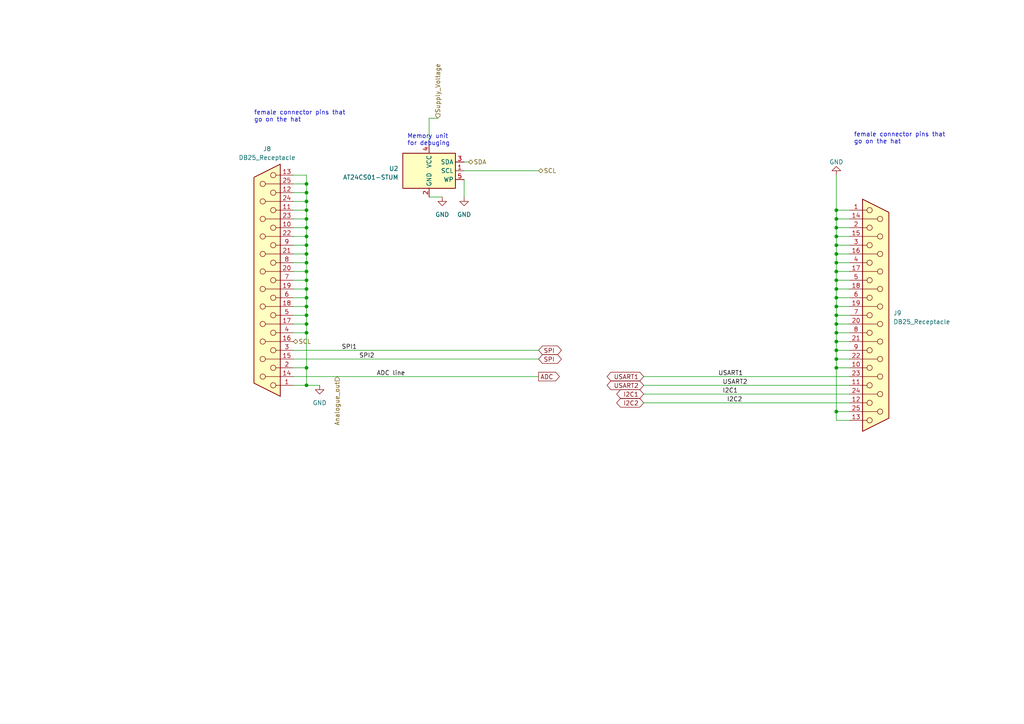
<source format=kicad_sch>
(kicad_sch (version 20230121) (generator eeschema)
  (paper "A4")
  (title_block (title "3088_group22_design") (date "2023-03-20") (rev "3") (company "University of capetown"))
  (lib_symbols
    (symbol "Custom spi connector:DB25_Receptacle" (pin_names (offset 1.016) hide)
      (property "Reference" "J" (at 0 34.29 0))
      (property "Value" "DB25_Receptacle" (at 0 -34.925 0))
      (symbol "DB25_Receptacle_0_1"
        (circle (center -1.778 -30.48) (radius 0.762))
        (circle (center -1.778 -25.4) (radius 0.762))
        (circle (center -1.778 -20.32) (radius 0.762))
        (circle (center -1.778 -15.24) (radius 0.762))
        (circle (center -1.778 -10.16) (radius 0.762))
        (circle (center -1.778 -5.08) (radius 0.762))
        (circle (center -1.778 0) (radius 0.762))
        (circle (center -1.778 5.08) (radius 0.762))
        (circle (center -1.778 10.16) (radius 0.762))
        (circle (center -1.778 15.24) (radius 0.762))
        (circle (center -1.778 20.32) (radius 0.762))
        (circle (center -1.778 25.4) (radius 0.762))
        (circle (center -1.778 30.48) (radius 0.762))
        (polyline (pts (xy -3.81 -30.48) (xy -2.54 -30.48)))
        (polyline (pts (xy -3.81 -27.94) (xy 0.508 -27.94)))
        (polyline (pts (xy -3.81 -25.4) (xy -2.54 -25.4)))
        (polyline (pts (xy -3.81 -22.86) (xy 0.508 -22.86)))
        (polyline (pts (xy -3.81 -20.32) (xy -2.54 -20.32)))
        (polyline (pts (xy -3.81 -17.78) (xy 0.508 -17.78)))
        (polyline (pts (xy -3.81 -15.24) (xy -2.54 -15.24)))
        (polyline (pts (xy -3.81 -12.7) (xy 0.508 -12.7)))
        (polyline (pts (xy -3.81 -10.16) (xy -2.54 -10.16)))
        (polyline (pts (xy -3.81 -7.62) (xy 0.508 -7.62)))
        (polyline (pts (xy -3.81 -5.08) (xy -2.54 -5.08)))
        (polyline (pts (xy -3.81 -2.54) (xy 0.508 -2.54)))
        (polyline (pts (xy -3.81 0) (xy -2.54 0)))
        (polyline (pts (xy -3.81 2.54) (xy 0.508 2.54)))
        (polyline (pts (xy -3.81 5.08) (xy -2.54 5.08)))
        (polyline (pts (xy -3.81 7.62) (xy 0.508 7.62)))
        (polyline (pts (xy -3.81 10.16) (xy -2.54 10.16)))
        (polyline (pts (xy -3.81 12.7) (xy 0.508 12.7)))
        (polyline (pts (xy -3.81 15.24) (xy -2.54 15.24)))
        (polyline (pts (xy -3.81 17.78) (xy 0.508 17.78)))
        (polyline (pts (xy -3.81 20.32) (xy -2.54 20.32)))
        (polyline (pts (xy -3.81 22.86) (xy 0.508 22.86)))
        (polyline (pts (xy -3.81 25.4) (xy -2.54 25.4)))
        (polyline (pts (xy -3.81 27.94) (xy 0.508 27.94)))
        (polyline (pts (xy -3.81 30.48) (xy -2.54 30.48)))
        (polyline (pts (xy -3.81 33.655) (xy 3.81 29.845) (xy 3.81 -29.845) (xy -3.81 -33.655) (xy -3.81 33.655)) (stroke (width 0.254)) (fill (type background)))
        (circle (center 1.27 -27.94) (radius 0.762))
        (circle (center 1.27 -22.86) (radius 0.762))
        (circle (center 1.27 -17.78) (radius 0.762))
        (circle (center 1.27 -12.7) (radius 0.762))
        (circle (center 1.27 -7.62) (radius 0.762))
        (circle (center 1.27 -2.54) (radius 0.762))
        (circle (center 1.27 2.54) (radius 0.762))
        (circle (center 1.27 7.62) (radius 0.762))
        (circle (center 1.27 12.7) (radius 0.762))
        (circle (center 1.27 17.78) (radius 0.762))
        (circle (center 1.27 22.86) (radius 0.762))
        (circle (center 1.27 27.94) (radius 0.762))
      )
      (symbol "DB25_Receptacle_1_1"
        (pin passive line (at -7.62 30.48 0) (length 3.81) (name "1") (number "1"))
        (pin passive line (at -7.62 -15.24 0) (length 3.81) (name "10") (number "10"))
        (pin passive line (at -7.62 -20.32 0) (length 3.81) (name "11") (number "11"))
        (pin passive line (at -7.62 -25.4 0) (length 3.81) (name "12") (number "12"))
        (pin passive line (at -7.62 -30.48 0) (length 3.81) (name "13") (number "13"))
        (pin passive line (at -7.62 27.94 0) (length 3.81) (name "P14") (number "14"))
        (pin passive line (at -7.62 22.86 0) (length 3.81) (name "P15") (number "15"))
        (pin passive line (at -7.62 17.78 0) (length 3.81) (name "P16") (number "16"))
        (pin passive line (at -7.62 12.7 0) (length 3.81) (name "P17") (number "17"))
        (pin passive line (at -7.62 7.62 0) (length 3.81) (name "P18") (number "18"))
        (pin passive line (at -7.62 2.54 0) (length 3.81) (name "P19") (number "19"))
        (pin passive line (at -7.62 25.4 0) (length 3.81) (name "2") (number "2"))
        (pin passive line (at -7.62 -2.54 0) (length 3.81) (name "P20") (number "20"))
        (pin passive line (at -7.62 -7.62 0) (length 3.81) (name "P21") (number "21"))
        (pin passive line (at -7.62 -12.7 0) (length 3.81) (name "P22") (number "22"))
        (pin passive line (at -7.62 -17.78 0) (length 3.81) (name "P23") (number "23"))
        (pin passive line (at -7.62 -22.86 0) (length 3.81) (name "P24") (number "24"))
        (pin passive line (at -7.62 -27.94 0) (length 3.81) (name "P25") (number "25"))
        (pin passive line (at -7.62 20.32 0) (length 3.81) (name "3") (number "3"))
        (pin passive line (at -7.62 15.24 0) (length 3.81) (name "4") (number "4"))
        (pin passive line (at -7.62 10.16 0) (length 3.81) (name "5") (number "5"))
        (pin passive line (at -7.62 5.08 0) (length 3.81) (name "6") (number "6"))
        (pin passive line (at -7.62 0 0) (length 3.81) (name "7") (number "7"))
        (pin passive line (at -7.62 -5.08 0) (length 3.81) (name "8") (number "8"))
        (pin passive line (at -7.62 -10.16 0) (length 3.81) (name "9") (number "9"))
      )
    )
    (symbol "Memory_EEPROM:AT24CS01-STUM"
      (property "Reference" "U" (at -7.62 6.35 0))
      (property "Value" "AT24CS01-STUM" (at 2.54 -6.35 0))
      (symbol "AT24CS01-STUM_1_1"
        (rectangle (start -7.62 5.08) (end 7.62 -5.08) (stroke (width 0.254)) (fill (type background)))
        (pin input line (at 10.16 0 180) (length 2.54) (name "SCL") (number "1"))
        (pin power_in line (at 0 -7.62 90) (length 2.54) (name "GND") (number "2"))
        (pin bidirectional line (at 10.16 2.54 180) (length 2.54) (name "SDA") (number "3"))
        (pin power_in line (at 0 7.62 270) (length 2.54) (name "VCC") (number "4"))
        (pin input line (at 10.16 -2.54 180) (length 2.54) (name "WP") (number "5"))
      )
    )
    (symbol "power:GND" (power) (pin_names (offset 0))
      (property "Value" "GND" (at 0 -3.81 0))
      (symbol "GND_0_1"
        (polyline (pts (xy 0 0) (xy 0 -1.27) (xy 1.27 -1.27) (xy 0 -2.54) (xy -1.27 -1.27) (xy 0 -1.27)))
      )
      (symbol "GND_1_1"
        (pin power_in line (at 0 0 270) (length 0) hide (name "GND") (number "1"))
      )
    )
  )
  (junction (at 242.57 81.28))
  (junction (at 88.9 96.52))
  (junction (at 88.9 93.98))
  (junction (at 242.57 83.82))
  (junction (at 88.9 71.12))
  (junction (at 242.57 66.04))
  (junction (at 88.9 111.76))
  (junction (at 242.57 76.2))
  (junction (at 242.57 104.14))
  (junction (at 88.9 91.44))
  (junction (at 88.9 58.42))
  (junction (at 242.57 60.96))
  (junction (at 88.9 86.36))
  (junction (at 88.9 60.96))
  (junction (at 242.57 78.74))
  (junction (at 242.57 88.9))
  (junction (at 242.57 91.44))
  (junction (at 88.9 73.66))
  (junction (at 88.9 88.9))
  (junction (at 242.57 86.36))
  (junction (at 88.9 55.88))
  (junction (at 242.57 68.58))
  (junction (at 88.9 66.04))
  (junction (at 88.9 81.28))
  (junction (at 242.57 106.68))
  (junction (at 242.57 99.06))
  (junction (at 242.57 71.12))
  (junction (at 242.57 96.52))
  (junction (at 242.57 119.38))
  (junction (at 88.9 76.2))
  (junction (at 242.57 101.6))
  (junction (at 88.9 53.34))
  (junction (at 88.9 63.5))
  (junction (at 88.9 106.68))
  (junction (at 88.9 83.82))
  (junction (at 242.57 93.98))
  (junction (at 242.57 73.66))
  (junction (at 88.9 78.74))
  (junction (at 242.57 63.5))
  (junction (at 88.9 68.58))
  (wire (pts (xy 88.9 68.58) (xy 88.9 66.04)))
  (wire (pts (xy 88.9 96.52) (xy 88.9 106.68)))
  (wire (pts (xy 85.09 76.2) (xy 88.9 76.2)))
  (wire (pts (xy 246.38 66.04) (xy 242.57 66.04)))
  (wire (pts (xy 124.46 34.29) (xy 127 34.29)))
  (wire (pts (xy 246.38 83.82) (xy 242.57 83.82)))
  (wire (pts (xy 88.9 58.42) (xy 88.9 55.88)))
  (wire (pts (xy 242.57 66.04) (xy 242.57 68.58)))
  (wire (pts (xy 88.9 55.88) (xy 88.9 53.34)))
  (wire (pts (xy 85.09 78.74) (xy 88.9 78.74)))
  (wire (pts (xy 85.09 71.12) (xy 88.9 71.12)))
  (wire (pts (xy 88.9 88.9) (xy 88.9 86.36)))
  (wire (pts (xy 186.69 114.3) (xy 246.38 114.3)))
  (wire (pts (xy 88.9 60.96) (xy 88.9 58.42)))
  (wire (pts (xy 242.57 101.6) (xy 242.57 104.14)))
  (wire (pts (xy 242.57 106.68) (xy 242.57 119.38)))
  (wire (pts (xy 85.09 53.34) (xy 88.9 53.34)))
  (wire (pts (xy 246.38 71.12) (xy 242.57 71.12)))
  (wire (pts (xy 242.57 71.12) (xy 242.57 73.66)))
  (wire (pts (xy 88.9 86.36) (xy 88.9 83.82)))
  (wire (pts (xy 246.38 104.14) (xy 242.57 104.14)))
  (wire (pts (xy 246.38 101.6) (xy 242.57 101.6)))
  (wire (pts (xy 88.9 111.76) (xy 85.09 111.76)))
  (wire (pts (xy 246.38 91.44) (xy 242.57 91.44)))
  (wire (pts (xy 85.09 63.5) (xy 88.9 63.5)))
  (wire (pts (xy 242.57 93.98) (xy 242.57 96.52)))
  (wire (pts (xy 242.57 121.92) (xy 246.38 121.92)))
  (wire (pts (xy 88.9 63.5) (xy 88.9 60.96)))
  (wire (pts (xy 242.57 83.82) (xy 242.57 86.36)))
  (wire (pts (xy 246.38 99.06) (xy 242.57 99.06)))
  (wire (pts (xy 242.57 78.74) (xy 242.57 81.28)))
  (wire (pts (xy 85.09 106.68) (xy 88.9 106.68)))
  (wire (pts (xy 186.69 116.84) (xy 246.38 116.84)))
  (wire (pts (xy 88.9 91.44) (xy 88.9 88.9)))
  (wire (pts (xy 242.57 106.68) (xy 246.38 106.68)))
  (wire (pts (xy 85.09 66.04) (xy 88.9 66.04)))
  (wire (pts (xy 85.09 83.82) (xy 88.9 83.82)))
  (wire (pts (xy 242.57 96.52) (xy 242.57 99.06)))
  (wire (pts (xy 242.57 81.28) (xy 242.57 83.82)))
  (wire (pts (xy 85.09 93.98) (xy 88.9 93.98)))
  (wire (pts (xy 246.38 86.36) (xy 242.57 86.36)))
  (wire (pts (xy 246.38 60.96) (xy 242.57 60.96)))
  (wire (pts (xy 134.62 52.07) (xy 134.62 57.15)))
  (wire (pts (xy 85.09 88.9) (xy 88.9 88.9)))
  (wire (pts (xy 85.09 68.58) (xy 88.9 68.58)))
  (wire (pts (xy 85.09 86.36) (xy 88.9 86.36)))
  (wire (pts (xy 88.9 66.04) (xy 88.9 63.5)))
  (wire (pts (xy 88.9 71.12) (xy 88.9 68.58)))
  (wire (pts (xy 242.57 63.5) (xy 242.57 60.96)))
  (wire (pts (xy 124.46 57.15) (xy 128.27 57.15)))
  (wire (pts (xy 246.38 76.2) (xy 242.57 76.2)))
  (wire (pts (xy 246.38 73.66) (xy 242.57 73.66)))
  (wire (pts (xy 242.57 104.14) (xy 242.57 106.68)))
  (wire (pts (xy 88.9 78.74) (xy 88.9 76.2)))
  (wire (pts (xy 242.57 88.9) (xy 242.57 91.44)))
  (wire (pts (xy 88.9 83.82) (xy 88.9 81.28)))
  (wire (pts (xy 246.38 81.28) (xy 242.57 81.28)))
  (wire (pts (xy 246.38 88.9) (xy 242.57 88.9)))
  (wire (pts (xy 88.9 106.68) (xy 88.9 111.76)))
  (wire (pts (xy 85.09 91.44) (xy 88.9 91.44)))
  (wire (pts (xy 88.9 81.28) (xy 88.9 78.74)))
  (wire (pts (xy 242.57 119.38) (xy 242.57 121.92)))
  (wire (pts (xy 88.9 73.66) (xy 88.9 71.12)))
  (wire (pts (xy 186.69 111.76) (xy 246.38 111.76)))
  (wire (pts (xy 242.57 50.8) (xy 242.57 60.96)))
  (wire (pts (xy 242.57 66.04) (xy 242.57 63.5)))
  (wire (pts (xy 246.38 96.52) (xy 242.57 96.52)))
  (wire (pts (xy 186.69 109.22) (xy 246.38 109.22)))
  (wire (pts (xy 85.09 109.22) (xy 156.21 109.22)))
  (wire (pts (xy 242.57 76.2) (xy 242.57 78.74)))
  (wire (pts (xy 88.9 91.44) (xy 88.9 93.98)))
  (wire (pts (xy 242.57 68.58) (xy 242.57 71.12)))
  (wire (pts (xy 124.46 34.29) (xy 124.46 41.91)))
  (wire (pts (xy 88.9 50.8) (xy 85.09 50.8)))
  (wire (pts (xy 85.09 101.6) (xy 156.21 101.6)))
  (wire (pts (xy 85.09 55.88) (xy 88.9 55.88)))
  (wire (pts (xy 246.38 93.98) (xy 242.57 93.98)))
  (wire (pts (xy 85.09 73.66) (xy 88.9 73.66)))
  (wire (pts (xy 88.9 53.34) (xy 88.9 50.8)))
  (wire (pts (xy 85.09 96.52) (xy 88.9 96.52)))
  (wire (pts (xy 246.38 119.38) (xy 242.57 119.38)))
  (wire (pts (xy 242.57 99.06) (xy 242.57 101.6)))
  (wire (pts (xy 92.71 111.76) (xy 88.9 111.76)))
  (wire (pts (xy 88.9 93.98) (xy 88.9 96.52)))
  (wire (pts (xy 242.57 91.44) (xy 242.57 93.98)))
  (wire (pts (xy 135.89 46.99) (xy 134.62 46.99)))
  (wire (pts (xy 246.38 63.5) (xy 242.57 63.5)))
  (wire (pts (xy 246.38 68.58) (xy 242.57 68.58)))
  (wire (pts (xy 85.09 104.14) (xy 156.21 104.14)))
  (wire (pts (xy 88.9 76.2) (xy 88.9 73.66)))
  (wire (pts (xy 134.62 49.53) (xy 156.21 49.53)))
  (wire (pts (xy 246.38 78.74) (xy 242.57 78.74)))
  (wire (pts (xy 85.09 81.28) (xy 88.9 81.28)))
  (wire (pts (xy 85.09 60.96) (xy 88.9 60.96)))
  (wire (pts (xy 85.09 58.42) (xy 88.9 58.42)))
  (wire (pts (xy 242.57 73.66) (xy 242.57 76.2)))
  (wire (pts (xy 242.57 86.36) (xy 242.57 88.9)))
  (text "female connector pins that\ngo on the hat\n" (at 73.66 35.56 0) (effects (font (size 1.27 1.27)) (justify left bottom)))
  (text "female connector pins that\ngo on the hat\n" (at 247.65 41.91 0) (effects (font (size 1.27 1.27)) (justify left bottom)))
  (text "Memory unit\nfor debuging\n\n" (at 118.11 44.45 0) (effects (font (size 1.27 1.27)) (justify left bottom)))
  (label "I2C2" (at 210.82 116.84 0))
  (label "SPI2" (at 104.14 104.14 0))
  (label "ADC line" (at 109.22 109.22 0))
  (label "USART2" (at 209.55 111.76 0))
  (label "USART1" (at 208.28 109.22 0))
  (label "I2C1" (at 209.55 114.3 0))
  (label "SPI1" (at 99.06 101.6 0))
  (global_label "USART2" (shape bidirectional) (at 186.69 111.76 180) (property "Intersheetrefs" "${INTERSHEET_REFS}" (effects hide)))
  (global_label "ADC" (shape output) (at 156.21 109.22 0) (property "Intersheetrefs" "${INTERSHEET_REFS}" (effects hide)))
  (global_label "SPI" (shape bidirectional) (at 156.21 104.14 0) (property "Intersheetrefs" "${INTERSHEET_REFS}" (effects hide)))
  (global_label "I2C1" (shape bidirectional) (at 186.69 114.3 180) (property "Intersheetrefs" "${INTERSHEET_REFS}" (effects hide)))
  (global_label "SPI" (shape bidirectional) (at 156.21 101.6 0) (property "Intersheetrefs" "${INTERSHEET_REFS}" (effects hide)))
  (global_label "I2C2" (shape bidirectional) (at 186.69 116.84 180) (property "Intersheetrefs" "${INTERSHEET_REFS}" (effects hide)))
  (global_label "USART1" (shape bidirectional) (at 186.69 109.22 180) (property "Intersheetrefs" "${INTERSHEET_REFS}" (effects hide)))
  (hierarchical_label "SDA" (shape bidirectional) (at 135.89 46.99 0))
  (hierarchical_label "Supply_Voltage" (shape input) (at 127 34.29 90))
  (hierarchical_label "SCL" (shape bidirectional) (at 85.09 99.06 0))
  (hierarchical_label "Analogue_out" (shape input) (at 97.79 109.22 270))
  (hierarchical_label "SCL" (shape bidirectional) (at 156.21 49.53 0))
  (symbol (lib_id "power:GND") (at 242.57 50.8 180) (unit 1)
    (property "Reference" "#PWR015" (effects hide))
    (property "Value" "GND" (at 242.57 46.99 0))
  )
  (symbol (lib_id "Custom spi connector:DB25_Receptacle") (at 77.47 81.28 180) (unit 1)
    (property "Reference" "J8" (at 77.47 43.18 0))
    (property "Value" "DB25_Receptacle" (at 77.47 45.72 0))
    (property "Footprint" "SSQ-120-03-G-D:SAMTEC_SSQ-120-03-G-D" (effects hide))
    (property "Datasheet" " ~" (effects hide))
  )
  (symbol (lib_id "power:GND") (at 92.71 111.76 0) (unit 1)
    (property "Reference" "#PWR012" (effects hide))
    (property "Value" "GND" (at 92.71 116.84 0))
  )
  (symbol (lib_id "power:GND") (at 134.62 57.15 0) (unit 1)
    (property "Reference" "#PWR09" (effects hide))
    (property "Value" "GND" (at 134.62 62.23 0))
    (instances (project "overall scematic" (path "" (reference "#PWR09") (unit 1)) (path "" (reference "#PWR07") (unit 1))) (project "analogue_temparature" (path "" (reference "#PWR?") (unit 1))))
  )
  (symbol (lib_id "power:GND") (at 128.27 57.15 0) (unit 1)
    (property "Reference" "#PWR09" (effects hide))
    (property "Value" "GND" (at 128.27 62.23 0))
    (instances (project "overall scematic" (path "" (reference "#PWR09") (unit 1)) (path "" (reference "#PWR06") (unit 1))) (project "analogue_temparature" (path "" (reference "#PWR?") (unit 1))))
  )
  (symbol (lib_id "Memory_EEPROM:AT24CS01-STUM") (at 124.46 49.53 0) (unit 1)
    (property "Reference" "U2" (at 115.57 48.895 0) (effects (justify right)))
    (property "Value" "AT24CS01-STUM" (at 115.57 51.435 0) (effects (justify right)))
    (property "Footprint" "Package_TO_SOT_SMD:SOT-23-5" (effects hide))
    (property "Datasheet" "http://ww1.microchip.com/downloads/en/DeviceDoc/Atmel-8815-SEEPROM-AT24CS01-02-Datasheet.pdf" (effects hide))
  )
  (symbol (lib_id "Custom spi connector:DB25_Receptacle") (at 254 91.44 0) (unit 1)
    (property "Reference" "J9" (at 259.08 90.805 0) (effects (justify left)))
    (property "Value" "DB25_Receptacle" (at 259.08 93.345 0) (effects (justify left)))
    (property "Footprint" "SSQ-120-03-G-D:SAMTEC_SSQ-120-03-G-D" (effects hide))
    (property "Datasheet" " ~" (effects hide))
  )
)
</source>
